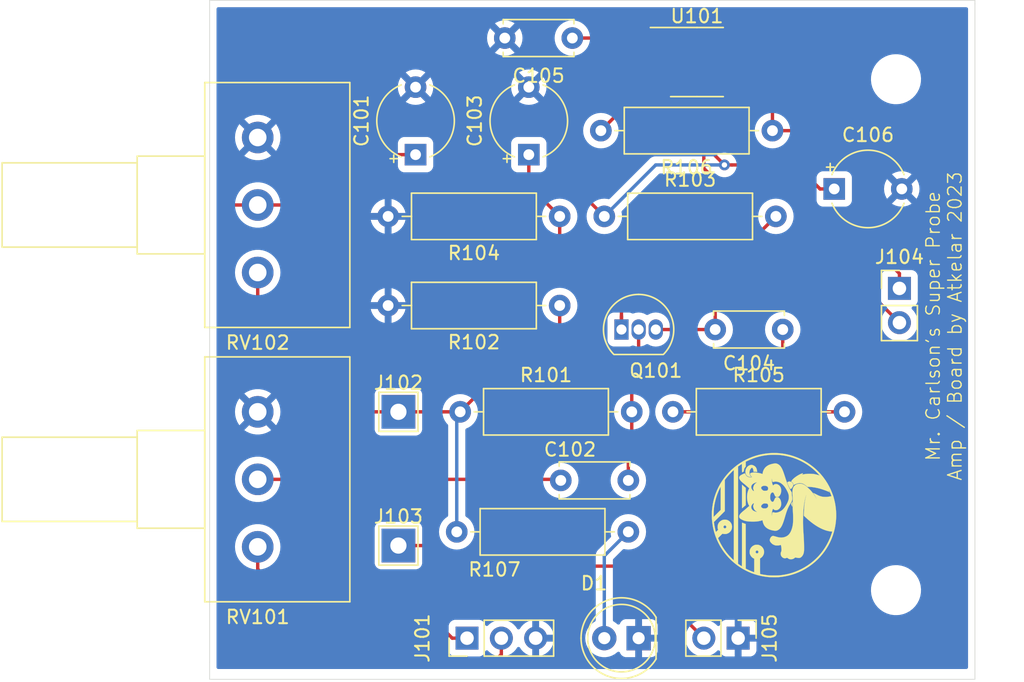
<source format=kicad_pcb>
(kicad_pcb (version 20221018) (generator pcbnew)
  (title_block (title "Superprobe Amplifier") (date "2024-05-21") (rev "1") (comment 1 "KiCAD PCB design by Atkelar, based on schematic published by Mr Carlson's Lab"))
  (layers (0 "F.Cu" signal) (31 "B.Cu" signal) (34 "B.Paste" user) (35 "F.Paste" user) (36 "B.SilkS" user "B.Silkscreen") (37 "F.SilkS" user "F.Silkscreen") (38 "B.Mask" user) (39 "F.Mask" user) (44 "Edge.Cuts" user))
  (net 0 "")
  (net 1 "GND")
  (net 2 "Net-(C101-Pad1)")
  (net 3 "Net-(C102-Pad2)")
  (net 4 "Net-(C102-Pad1)")
  (net 5 "Net-(C103-Pad1)")
  (net 6 "Net-(C104-Pad2)")
  (net 7 "Net-(C104-Pad1)")
  (net 8 "Net-(C105-Pad2)")
  (net 9 "Net-(J101-Pad2)")
  (net 10 "+5V")
  (net 11 "Net-(J103-Pad1)")
  (net 12 "Net-(J104-Pad2)")
  (net 13 "Net-(J104-Pad1)")
  (net 14 "Net-(R105-Pad1)")
  (net 15 "Net-(D1-Pad2)")
  (footprint "Capacitor_THT:CP_Radial_Tantal_D5.5mm_P5.00mm" (layer "F.Cu") (at 125.222 109.728 90)
    (fp_text reference "C101" (at 2.5 -4 90) (layer "F.SilkS"))
    (fp_text value "4µ7")
    (pad "1" thru_hole rect (at 0 0 90) (size 1.6 1.6) (drill 0.8) (layers "*.Cu" "*.Mask") (net 2 "Net-(C101-Pad1)"))
    (pad "2" thru_hole circle (at 5 0 90) (size 1.6 1.6) (drill 0.8) (layers "*.Cu" "*.Mask") (net 1 "GND"))
  )
  (footprint "Capacitor_THT:CP_Radial_Tantal_D5.5mm_P5.00mm" (layer "F.Cu") (at 133.604 109.728 90)
    (fp_text reference "C103" (at 2.5 -4 90) (layer "F.SilkS"))
    (fp_text value "22µ")
    (pad "1" thru_hole rect (at 0 0 90) (size 1.6 1.6) (drill 0.8) (layers "*.Cu" "*.Mask") (net 5 "Net-(C103-Pad1)"))
    (pad "2" thru_hole circle (at 5 0 90) (size 1.6 1.6) (drill 0.8) (layers "*.Cu" "*.Mask") (net 1 "GND"))
  )
  (footprint "Capacitor_THT:C_Disc_D5.0mm_W2.5mm_P5.00mm" (layer "F.Cu") (at 152.4 122.682 180)
    (fp_text reference "C104" (at 2.5 -2.5) (layer "F.SilkS"))
    (fp_text value "100n")
    (pad "1" thru_hole circle (at 0 0 180) (size 1.6 1.6) (drill 0.8) (layers "*.Cu" "*.Mask") (net 7 "Net-(C104-Pad1)"))
    (pad "2" thru_hole circle (at 5 0 180) (size 1.6 1.6) (drill 0.8) (layers "*.Cu" "*.Mask") (net 6 "Net-(C104-Pad2)"))
  )
  (footprint "Capacitor_THT:C_Disc_D5.0mm_W2.5mm_P5.00mm" (layer "F.Cu") (at 131.826 101.092)
    (fp_text reference "C105" (at 2.5 2.794) (layer "F.SilkS"))
    (fp_text value "1µ")
    (pad "1" thru_hole circle (at 0 0) (size 1.6 1.6) (drill 0.8) (layers "*.Cu" "*.Mask") (net 1 "GND"))
    (pad "2" thru_hole circle (at 5 0) (size 1.6 1.6) (drill 0.8) (layers "*.Cu" "*.Mask") (net 8 "Net-(C105-Pad2)"))
  )
  (footprint "Capacitor_THT:CP_Radial_Tantal_D5.5mm_P5.00mm" (layer "F.Cu") (at 156.21 112.268)
    (fp_text reference "C106" (at 2.5 -4) (layer "F.SilkS"))
    (fp_text value "22µ")
    (pad "1" thru_hole rect (at 0 0) (size 1.6 1.6) (drill 0.8) (layers "*.Cu" "*.Mask") (net 10 "+5V"))
    (pad "2" thru_hole circle (at 5 0) (size 1.6 1.6) (drill 0.8) (layers "*.Cu" "*.Mask") (net 1 "GND"))
  )
  (footprint "TestPoint:TestPoint_THTPad_2.5x2.5mm_Drill1.2mm" (layer "F.Cu") (at 123.952 128.778)
    (fp_text reference "J102" (at 0 -2.148) (layer "F.SilkS"))
    (fp_text value "SW-2")
    (pad "1" thru_hole rect (at 0 0) (size 2.5 2.5) (drill 1.2) (layers "*.Cu" "*.Mask") (net 10 "+5V"))
  )
  (footprint "TestPoint:TestPoint_THTPad_2.5x2.5mm_Drill1.2mm" (layer "F.Cu") (at 123.952 138.684)
    (fp_text reference "J103" (at 0 -2.148) (layer "F.SilkS"))
    (fp_text value "SW-1")
    (pad "1" thru_hole rect (at 0 0) (size 2.5 2.5) (drill 1.2) (layers "*.Cu" "*.Mask") (net 11 "Net-(J103-Pad1)"))
  )
  (footprint "Connector_PinHeader_2.54mm:PinHeader_1x02_P2.54mm_Vertical" (layer "F.Cu") (at 161.036 119.634)
    (fp_text reference "J104" (at 0 -2.33) (layer "F.SilkS"))
    (fp_text value "Spk")
    (pad "1" thru_hole rect (at 0 0) (size 1.7 1.7) (drill 1) (layers "*.Cu" "*.Mask") (net 13 "Net-(J104-Pad1)"))
    (pad "2" thru_hole oval (at 0 2.54) (size 1.7 1.7) (drill 1) (layers "*.Cu" "*.Mask") (net 12 "Net-(J104-Pad2)"))
  )
  (footprint "Package_TO_SOT_THT:TO-92_Inline" (layer "F.Cu") (at 140.462 122.682)
    (fp_text reference "Q101" (at 2.54 3.048) (layer "F.SilkS"))
    (fp_text value "2N3904")
    (pad "1" thru_hole rect (at 0 0) (size 1.05 1.5) (drill 0.75) (layers "*.Cu" "*.Mask") (net 5 "Net-(C103-Pad1)"))
    (pad "2" thru_hole oval (at 1.27 0) (size 1.05 1.5) (drill 0.75) (layers "*.Cu" "*.Mask") (net 4 "Net-(C102-Pad1)"))
    (pad "3" thru_hole oval (at 2.54 0) (size 1.05 1.5) (drill 0.75) (layers "*.Cu" "*.Mask") (net 6 "Net-(C104-Pad2)"))
  )
  (footprint "Resistor_THT:R_Axial_DIN0309_L9.0mm_D3.2mm_P12.70mm_Horizontal" (layer "F.Cu") (at 128.524 128.778)
    (fp_text reference "R101" (at 6.35 -2.72) (layer "F.SilkS"))
    (fp_text value "68k")
    (pad "1" thru_hole circle (at 0 0) (size 1.6 1.6) (drill 0.8) (layers "*.Cu" "*.Mask") (net 10 "+5V"))
    (pad "2" thru_hole oval (at 12.7 0) (size 1.6 1.6) (drill 0.8) (layers "*.Cu" "*.Mask") (net 4 "Net-(C102-Pad1)"))
  )
  (footprint "Resistor_THT:R_Axial_DIN0309_L9.0mm_D3.2mm_P12.70mm_Horizontal" (layer "F.Cu") (at 135.89 120.904 180)
    (fp_text reference "R102" (at 6.35 -2.72) (layer "F.SilkS"))
    (fp_text value "22k")
    (pad "1" thru_hole circle (at 0 0 180) (size 1.6 1.6) (drill 0.8) (layers "*.Cu" "*.Mask") (net 4 "Net-(C102-Pad1)"))
    (pad "2" thru_hole oval (at 12.7 0 180) (size 1.6 1.6) (drill 0.8) (layers "*.Cu" "*.Mask") (net 1 "GND"))
  )
  (footprint "Resistor_THT:R_Axial_DIN0309_L9.0mm_D3.2mm_P12.70mm_Horizontal" (layer "F.Cu") (at 139.192 114.3)
    (fp_text reference "R103" (at 6.35 -2.72) (layer "F.SilkS"))
    (fp_text value "1k")
    (pad "1" thru_hole circle (at 0 0) (size 1.6 1.6) (drill 0.8) (layers "*.Cu" "*.Mask") (net 10 "+5V"))
    (pad "2" thru_hole oval (at 12.7 0) (size 1.6 1.6) (drill 0.8) (layers "*.Cu" "*.Mask") (net 6 "Net-(C104-Pad2)"))
  )
  (footprint "Resistor_THT:R_Axial_DIN0309_L9.0mm_D3.2mm_P12.70mm_Horizontal" (layer "F.Cu") (at 135.89 114.3 180)
    (fp_text reference "R104" (at 6.35 -2.72) (layer "F.SilkS"))
    (fp_text value "100")
    (pad "1" thru_hole circle (at 0 0 180) (size 1.6 1.6) (drill 0.8) (layers "*.Cu" "*.Mask") (net 5 "Net-(C103-Pad1)"))
    (pad "2" thru_hole oval (at 12.7 0 180) (size 1.6 1.6) (drill 0.8) (layers "*.Cu" "*.Mask") (net 1 "GND"))
  )
  (footprint "Resistor_THT:R_Axial_DIN0309_L9.0mm_D3.2mm_P12.70mm_Horizontal" (layer "F.Cu") (at 144.272 128.778)
    (fp_text reference "R105" (at 6.35 -2.72) (layer "F.SilkS"))
    (fp_text value "22k")
    (pad "1" thru_hole circle (at 0 0) (size 1.6 1.6) (drill 0.8) (layers "*.Cu" "*.Mask") (net 14 "Net-(R105-Pad1)"))
    (pad "2" thru_hole oval (at 12.7 0) (size 1.6 1.6) (drill 0.8) (layers "*.Cu" "*.Mask") (net 7 "Net-(C104-Pad1)"))
  )
  (footprint "Resistor_THT:R_Axial_DIN0309_L9.0mm_D3.2mm_P12.70mm_Horizontal" (layer "F.Cu") (at 151.638 107.95 180)
    (fp_text reference "R106" (at 6.35 -2.72) (layer "F.SilkS"))
    (fp_text value "22k")
    (pad "1" thru_hole circle (at 0 0 180) (size 1.6 1.6) (drill 0.8) (layers "*.Cu" "*.Mask") (net 12 "Net-(J104-Pad2)"))
    (pad "2" thru_hole oval (at 12.7 0 180) (size 1.6 1.6) (drill 0.8) (layers "*.Cu" "*.Mask") (net 14 "Net-(R105-Pad1)"))
  )
  (footprint "Potentiometer_THT:Potentiometer_Alps_RK163_Single_Horizontal" (layer "F.Cu") (at 113.538 128.778 180)
    (fp_text reference "RV101" (at 0 -15.2) (layer "F.SilkS"))
    (fp_text value "4k7")
    (pad "1" thru_hole circle (at 0 0 180) (size 2.34 2.34) (drill 1.3) (layers "*.Cu" "*.Mask") (net 1 "GND"))
    (pad "2" thru_hole circle (at 0 -5 180) (size 2.34 2.34) (drill 1.3) (layers "*.Cu" "*.Mask") (net 3 "Net-(C102-Pad2)"))
    (pad "3" thru_hole circle (at 0 -10 180) (size 2.34 2.34) (drill 1.3) (layers "*.Cu" "*.Mask") (net 9 "Net-(J101-Pad2)"))
  )
  (footprint "Package_SO:SOIC-8_3.9x4.9mm_P1.27mm" (layer "F.Cu") (at 146.05 102.87)
    (fp_text reference "U101" (at 0 -3.4) (layer "F.SilkS"))
    (fp_text value "LM4871")
    (pad "1" smd roundrect (at -2.475 -1.905) (size 1.95 0.6) (layers "F.Cu" "F.Paste" "F.Mask") (net 1 "GND"))
    (pad "2" smd roundrect (at -2.475 -0.635) (size 1.95 0.6) (layers "F.Cu" "F.Paste" "F.Mask") (net 8 "Net-(C105-Pad2)"))
    (pad "3" smd roundrect (at -2.475 0.635) (size 1.95 0.6) (layers "F.Cu" "F.Paste" "F.Mask") (net 8 "Net-(C105-Pad2)"))
    (pad "4" smd roundrect (at -2.475 1.905) (size 1.95 0.6) (layers "F.Cu" "F.Paste" "F.Mask") (net 14 "Net-(R105-Pad1)"))
    (pad "5" smd roundrect (at 2.475 1.905) (size 1.95 0.6) (layers "F.Cu" "F.Paste" "F.Mask") (net 12 "Net-(J104-Pad2)"))
    (pad "6" smd roundrect (at 2.475 0.635) (size 1.95 0.6) (layers "F.Cu" "F.Paste" "F.Mask") (net 10 "+5V"))
    (pad "7" smd roundrect (at 2.475 -0.635) (size 1.95 0.6) (layers "F.Cu" "F.Paste" "F.Mask") (net 1 "GND"))
    (pad "8" smd roundrect (at 2.475 -1.905) (size 1.95 0.6) (layers "F.Cu" "F.Paste" "F.Mask") (net 13 "Net-(J104-Pad1)"))
  )
  (footprint "Connector_PinHeader_2.54mm:PinHeader_1x03_P2.54mm_Vertical" (layer "F.Cu") (at 129.032 145.542 90)
    (fp_text reference "J101" (at 0 -3.302 90) (layer "F.SilkS"))
    (fp_text value "Pwr/Sig")
    (pad "1" thru_hole rect (at 0 0 90) (size 1.7 1.7) (drill 1) (layers "*.Cu" "*.Mask") (net 2 "Net-(C101-Pad1)"))
    (pad "2" thru_hole oval (at 0 2.54 90) (size 1.7 1.7) (drill 1) (layers "*.Cu" "*.Mask") (net 9 "Net-(J101-Pad2)"))
    (pad "3" thru_hole oval (at 0 5.08 90) (size 1.7 1.7) (drill 1) (layers "*.Cu" "*.Mask") (net 1 "GND"))
  )
  (footprint "Connector_PinHeader_2.54mm:PinHeader_1x02_P2.54mm_Vertical" (layer "F.Cu") (at 149.098 145.542 -90)
    (fp_text reference "J105" (at 0 -2.33 90) (layer "F.SilkS"))
    (fp_text value "BAT")
    (pad "1" thru_hole rect (at 0 0 270) (size 1.7 1.7) (drill 1) (layers "*.Cu" "*.Mask") (net 1 "GND"))
    (pad "2" thru_hole oval (at 0 2.54 270) (size 1.7 1.7) (drill 1) (layers "*.Cu" "*.Mask") (net 11 "Net-(J103-Pad1)"))
  )
  (footprint "MountingHole:MountingHole_3.2mm_M3" (layer "F.Cu") (at 160.782 141.986)
    (fp_text reference "REF**" hide)
    (fp_text value "MountingHole_3.2mm_M3")
    (pad "" np_thru_hole circle (at 0 0) (size 3.2 3.2) (drill 3.2) (layers "*.Cu" "*.Mask"))
  )
  (footprint "MountingHole:MountingHole_3.2mm_M3" (layer "F.Cu") (at 160.782 104.14)
    (fp_text reference "REF**" hide)
    (fp_text value "MountingHole_3.2mm_M3")
    (pad "" np_thru_hole circle (at 0 0) (size 3.2 3.2) (drill 3.2) (layers "*.Cu" "*.Mask"))
  )
  (footprint "Potentiometer_THT:Potentiometer_Alps_RK163_Single_Horizontal" (layer "F.Cu") (at 113.538 108.458 180)
    (fp_text reference "RV102" (at 0 -15.2) (layer "F.SilkS"))
    (fp_text value "2k")
    (pad "1" thru_hole circle (at 0 0 180) (size 2.34 2.34) (drill 1.3) (layers "*.Cu" "*.Mask") (net 1 "GND"))
    (pad "2" thru_hole circle (at 0 -5 180) (size 2.34 2.34) (drill 1.3) (layers "*.Cu" "*.Mask") (net 2 "Net-(C101-Pad1)"))
    (pad "3" thru_hole circle (at 0 -10 180) (size 2.34 2.34) (drill 1.3) (layers "*.Cu" "*.Mask") (net 10 "+5V"))
  )
  (footprint "Capacitor_THT:C_Disc_D5.0mm_W2.5mm_P5.00mm" (layer "F.Cu") (at 140.97 133.858 180)
    (fp_text reference "C102" (at 4.318 2.286) (layer "F.SilkS"))
    (fp_text value "4µ7")
    (pad "1" thru_hole circle (at 0 0 180) (size 1.6 1.6) (drill 0.8) (layers "*.Cu" "*.Mask") (net 4 "Net-(C102-Pad1)"))
    (pad "2" thru_hole circle (at 5 0 180) (size 1.6 1.6) (drill 0.8) (layers "*.Cu" "*.Mask") (net 3 "Net-(C102-Pad2)"))
  )
  (footprint "Atkelar_Custom:Atkelar-Logo-2" (layer "F.Cu") (at 151.638 136.398 90)
    (fp_text reference "G***" hide)
    (fp_text value "LOGO" hide)
  )
  (footprint "LED_THT:LED_D5.0mm" (layer "F.Cu") (at 141.732 145.542 180)
    (fp_text reference "D1" (at 3.302 4.064) (layer "F.SilkS"))
    (fp_text value "PWR")
    (pad "1" thru_hole rect (at 0 0 180) (size 1.8 1.8) (drill 0.9) (layers "*.Cu" "*.Mask") (net 1 "GND"))
    (pad "2" thru_hole circle (at 2.54 0 180) (size 1.8 1.8) (drill 0.9) (layers "*.Cu" "*.Mask") (net 15 "Net-(D1-Pad2)"))
  )
  (footprint "Resistor_THT:R_Axial_DIN0309_L9.0mm_D3.2mm_P12.70mm_Horizontal" (layer "F.Cu") (at 128.27 137.668)
    (fp_text reference "R107" (at 2.794 2.794) (layer "F.SilkS"))
    (fp_text value "1k")
    (pad "1" thru_hole circle (at 0 0) (size 1.6 1.6) (drill 0.8) (layers "*.Cu" "*.Mask") (net 10 "+5V"))
    (pad "2" thru_hole oval (at 12.7 0) (size 1.6 1.6) (drill 0.8) (layers "*.Cu" "*.Mask") (net 15 "Net-(D1-Pad2)"))
  )
  (gr_line (start 166.624 98.298) (end 109.982 98.298) (stroke (width 0.05)) (layer "Edge.Cuts"))
  (gr_line (start 109.982 148.59) (end 166.624 148.59) (stroke (width 0.05)) (layer "Edge.Cuts"))
  (gr_line (start 166.624 148.59) (end 166.624 98.552) (stroke (width 0.05)) (layer "Edge.Cuts"))
  (gr_line (start 109.982 98.298) (end 109.982 147.32) (stroke (width 0.05)) (layer "Edge.Cuts"))
  (gr_line (start 166.624 98.552) (end 166.624 98.298) (stroke (width 0.05)) (layer "Edge.Cuts"))
  (gr_line (start 109.982 147.32) (end 109.982 148.59) (stroke (width 0.05)) (layer "Edge.Cuts"))
  (gr_text "Mr. Carlson's Super Probe\nAmp / Board by Atkelar 2023" (at 164.338 122.428 90) (layer "F.SilkS") (effects (font (size 1 1) (thickness 0.1))))
  (segment (start 145.923 100.965) (end 143.575 100.965) (width 0.25) (layer "F.Cu") (net 1))
  (segment (start 147.193 102.235) (end 145.923 100.965) (width 0.25) (layer "F.Cu") (net 1))
  (segment (start 148.525 102.235) (end 147.193 102.235) (width 0.25) (layer "F.Cu") (net 1))
  (segment (start 133.35 99.568) (end 131.826 101.092) (width 0.25) (layer "F.Cu") (net 1))
  (segment (start 140.208 99.568) (end 133.35 99.568) (width 0.25) (layer "F.Cu") (net 1))
  (segment (start 143.575 100.965) (end 141.605 100.965) (width 0.25) (layer "F.Cu") (net 1))
  (segment (start 141.605 100.965) (end 140.208 99.568) (width 0.25) (layer "F.Cu") (net 1))
  (segment (start 118.872 140.208) (end 121.666 143.002) (width 0.25) (layer "F.Cu") (net 2))
  (segment (start 125.222 109.728) (end 120.904 109.728) (width 0.25) (layer "F.Cu") (net 2))
  (segment (start 118.872 137.414) (end 118.872 140.208) (width 0.25) (layer "F.Cu") (net 2))
  (segment (start 113.538 113.458) (end 111.586 113.458) (width 0.25) (layer "F.Cu") (net 2))
  (segment (start 125.392 143.002) (end 127.932 145.542) (width 0.25) (layer "F.Cu") (net 2))
  (segment (start 120.904 109.728) (end 117.174 113.458) (width 0.25) (layer "F.Cu") (net 2))
  (segment (start 117.174 113.458) (end 113.538 113.458) (width 0.25) (layer "F.Cu") (net 2))
  (segment (start 110.998 135.382) (end 112.014 136.398) (width 0.25) (layer "F.Cu") (net 2))
  (segment (start 111.586 113.458) (end 110.998 114.046) (width 0.25) (layer "F.Cu") (net 2))
  (segment (start 121.666 143.002) (end 125.392 143.002) (width 0.25) (layer "F.Cu") (net 2))
  (segment (start 110.998 114.046) (end 110.998 135.382) (width 0.25) (layer "F.Cu") (net 2))
  (segment (start 112.014 136.398) (end 117.856 136.398) (width 0.25) (layer "F.Cu") (net 2))
  (segment (start 127.932 145.542) (end 129.032 145.542) (width 0.25) (layer "F.Cu") (net 2))
  (segment (start 117.856 136.398) (end 118.872 137.414) (width 0.25) (layer "F.Cu") (net 2))
  (segment (start 113.538 133.778) (end 135.89 133.778) (width 0.25) (layer "F.Cu") (net 3))
  (segment (start 135.89 133.778) (end 135.97 133.858) (width 0.25) (layer "F.Cu") (net 3))
  (segment (start 141.732 124.714) (end 141.732 122.682) (width 0.25) (layer "F.Cu") (net 4))
  (segment (start 141.224 131.318) (end 141.224 128.778) (width 0.25) (layer "F.Cu") (net 4))
  (segment (start 137.668 125.984) (end 135.89 124.206) (width 0.25) (layer "F.Cu") (net 4))
  (segment (start 141.224 125.984) (end 141.224 125.222) (width 0.25) (layer "F.Cu") (net 4))
  (segment (start 135.89 124.206) (end 135.89 120.904) (width 0.25) (layer "F.Cu") (net 4))
  (segment (start 141.224 128.778) (end 141.224 125.984) (width 0.25) (layer "F.Cu") (net 4))
  (segment (start 140.97 131.572) (end 141.224 131.318) (width 0.25) (layer "F.Cu") (net 4))
  (segment (start 141.224 125.222) (end 141.732 124.714) (width 0.25) (layer "F.Cu") (net 4))
  (segment (start 140.97 133.858) (end 140.97 131.572) (width 0.25) (layer "F.Cu") (net 4))
  (segment (start 141.224 125.984) (end 137.668 125.984) (width 0.25) (layer "F.Cu") (net 4))
  (segment (start 135.89 114.3) (end 135.89 116.078) (width 0.25) (layer "F.Cu") (net 5))
  (segment (start 140.462 122.682) (end 140.462 121.682) (width 0.25) (layer "F.Cu") (net 5))
  (segment (start 133.604 112.014) (end 135.89 114.3) (width 0.25) (layer "F.Cu") (net 5))
  (segment (start 135.89 116.078) (end 140.462 120.65) (width 0.25) (layer "F.Cu") (net 5))
  (segment (start 133.604 109.728) (end 133.604 112.014) (width 0.25) (layer "F.Cu") (net 5))
  (segment (start 140.462 120.65) (end 140.462 122.682) (width 0.25) (layer "F.Cu") (net 5))
  (segment (start 147.4 122.682) (end 147.4 118.792) (width 0.25) (layer "F.Cu") (net 6))
  (segment (start 147.4 118.792) (end 151.892 114.3) (width 0.25) (layer "F.Cu") (net 6))
  (segment (start 147.4 122.682) (end 143.002 122.682) (width 0.25) (layer "F.Cu") (net 6))
  (segment (start 155.194 128.778) (end 156.972 128.778) (width 0.25) (layer "F.Cu") (net 7))
  (segment (start 152.4 122.682) (end 152.4 125.984) (width 0.25) (layer "F.Cu") (net 7))
  (segment (start 152.4 125.984) (end 155.194 128.778) (width 0.25) (layer "F.Cu") (net 7))
  (segment (start 140.462 101.092) (end 141.605 102.235) (width 0.25) (layer "F.Cu") (net 8))
  (segment (start 141.605 102.235) (end 143.575 102.235) (width 0.25) (layer "F.Cu") (net 8))
  (segment (start 136.826 101.092) (end 140.462 101.092) (width 0.25) (layer "F.Cu") (net 8))
  (segment (start 143.575 102.235) (end 143.575 103.505) (width 0.25) (layer "F.Cu") (net 8))
  (segment (start 113.538 140.432629) (end 113.538 138.778) (width 0.25) (layer "F.Cu") (net 9))
  (segment (start 116.107371 143.002) (end 113.538 140.432629) (width 0.25) (layer "F.Cu") (net 9))
  (segment (start 121.826 147.066) (end 117.762 143.002) (width 0.25) (layer "F.Cu") (net 9))
  (segment (start 131.572 145.542) (end 131.572 146.744081) (width 0.25) (layer "F.Cu") (net 9))
  (segment (start 117.762 143.002) (end 116.107371 143.002) (width 0.25) (layer "F.Cu") (net 9))
  (segment (start 131.572 146.744081) (end 131.250081 147.066) (width 0.25) (layer "F.Cu") (net 9))
  (segment (start 131.250081 147.066) (end 121.826 147.066) (width 0.25) (layer "F.Cu") (net 9))
  (segment (start 148.082 110.49) (end 147.32 109.728) (width 0.25) (layer "F.Cu") (net 10))
  (segment (start 146.304 104.14) (end 146.939 103.505) (width 0.25) (layer "F.Cu") (net 10))
  (segment (start 147.32 105.918) (end 146.304 104.902) (width 0.25) (layer "F.Cu") (net 10))
  (segment (start 153.382 110.49) (end 148.647685 110.49) (width 0.25) (layer "F.Cu") (net 10))
  (segment (start 155.16 112.268) (end 153.382 110.49) (width 0.25) (layer "F.Cu") (net 10))
  (segment (start 136.652 107.95) (end 136.144 107.442) (width 0.25) (layer "F.Cu") (net 10))
  (segment (start 139.192 114.3) (end 136.652 111.76) (width 0.25) (layer "F.Cu") (net 10))
  (segment (start 148.082 110.49) (end 148.082 110.49) (width 0.25) (layer "F.Cu") (net 10))
  (segment (start 132.08 107.442) (end 131.572 107.95) (width 0.25) (layer "F.Cu") (net 10))
  (segment (start 131.572 107.95) (end 131.572 125.73) (width 0.25) (layer "F.Cu") (net 10))
  (segment (start 148.647685 110.49) (end 148.082 110.49) (width 0.25) (layer "F.Cu") (net 10))
  (segment (start 121.944 128.778) (end 113.538 120.372) (width 0.25) (layer "F.Cu") (net 10))
  (segment (start 136.652 111.76) (end 136.652 107.95) (width 0.25) (layer "F.Cu") (net 10))
  (segment (start 113.538 120.112629) (end 113.538 118.458) (width 0.25) (layer "F.Cu") (net 10))
  (segment (start 131.572 125.73) (end 128.524 128.778) (width 0.25) (layer "F.Cu") (net 10))
  (segment (start 113.538 120.372) (end 113.538 120.112629) (width 0.25) (layer "F.Cu") (net 10))
  (segment (start 146.304 104.902) (end 146.304 104.14) (width 0.25) (layer "F.Cu") (net 10))
  (segment (start 147.32 109.728) (end 147.32 105.918) (width 0.25) (layer "F.Cu") (net 10))
  (segment (start 156.21 112.268) (end 155.16 112.268) (width 0.25) (layer "F.Cu") (net 10))
  (segment (start 136.144 107.442) (end 132.08 107.442) (width 0.25) (layer "F.Cu") (net 10))
  (segment (start 146.939 103.505) (end 148.525 103.505) (width 0.25) (layer "F.Cu") (net 10))
  (segment (start 128.524 128.778) (end 123.952 128.778) (width 0.25) (layer "F.Cu") (net 10))
  (segment (start 123.444 128.778) (end 121.944 128.778) (width 0.25) (layer "F.Cu") (net 10))
  (via (at 148.082 110.49) (size 0.8) (drill 0.4) (layers "F.Cu" "B.Cu") (net 10))
  (segment (start 143.002 110.49) (end 139.192 114.3) (width 0.25) (layer "B.Cu") (net 10))
  (segment (start 128.27 137.668) (end 128.27 129.032) (width 0.25) (layer "B.Cu") (net 10))
  (segment (start 128.27 129.032) (end 128.524 128.778) (width 0.25) (layer "B.Cu") (net 10))
  (segment (start 148.082 110.49) (end 143.002 110.49) (width 0.25) (layer "B.Cu") (net 10))
  (segment (start 141.224 140.208) (end 128.524 140.208) (width 0.25) (layer "F.Cu") (net 11))
  (segment (start 127 138.684) (end 123.952 138.684) (width 0.25) (layer "F.Cu") (net 11))
  (segment (start 128.524 140.208) (end 127 138.684) (width 0.25) (layer "F.Cu") (net 11))
  (segment (start 146.558 145.542) (end 141.224 140.208) (width 0.25) (layer "F.Cu") (net 11))
  (segment (start 159.004 120.142) (end 159.004 112.014) (width 0.25) (layer "F.Cu") (net 12))
  (segment (start 161.036 122.174) (end 159.004 120.142) (width 0.25) (layer "F.Cu") (net 12))
  (segment (start 151.638 105.664) (end 150.749 104.775) (width 0.25) (layer "F.Cu") (net 12))
  (segment (start 154.94 107.95) (end 151.638 107.95) (width 0.25) (layer "F.Cu") (net 12))
  (segment (start 159.004 112.014) (end 154.94 107.95) (width 0.25) (layer "F.Cu") (net 12))
  (segment (start 151.638 107.95) (end 151.638 105.664) (width 0.25) (layer "F.Cu") (net 12))
  (segment (start 150.749 104.775) (end 148.525 104.775) (width 0.25) (layer "F.Cu") (net 12))
  (segment (start 161.036 118.534) (end 159.512 117.01) (width 0.25) (layer "F.Cu") (net 13))
  (segment (start 155.448 103.378) (end 156.718 104.648) (width 0.25) (layer "F.Cu") (net 13))
  (segment (start 156.718 104.648) (end 156.718 106.426) (width 0.25) (layer "F.Cu") (net 13))
  (segment (start 148.525 100.965) (end 151.511 100.965) (width 0.25) (layer "F.Cu") (net 13))
  (segment (start 159.512 111.252) (end 159.512 110.998) (width 0.25) (layer "F.Cu") (net 13))
  (segment (start 153.924 103.378) (end 155.448 103.378) (width 0.25) (layer "F.Cu") (net 13))
  (segment (start 151.511 100.965) (end 153.924 103.378) (width 0.25) (layer "F.Cu") (net 13))
  (segment (start 159.512 117.01) (end 159.512 111.252) (width 0.25) (layer "F.Cu") (net 13))
  (segment (start 156.718 108.204) (end 156.718 106.426) (width 0.25) (layer "F.Cu") (net 13))
  (segment (start 159.512 110.998) (end 156.718 108.204) (width 0.25) (layer "F.Cu") (net 13))
  (segment (start 161.036 119.634) (end 161.036 118.534) (width 0.25) (layer "F.Cu") (net 13))
  (segment (start 147.828 112.014) (end 152.908 112.014) (width 0.25) (layer "F.Cu") (net 14))
  (segment (start 152.654 119.126) (end 151.13 119.126) (width 0.25) (layer "F.Cu") (net 14))
  (segment (start 150.622 124.714) (end 146.558 128.778) (width 0.25) (layer "F.Cu") (net 14))
  (segment (start 143.575 104.775) (end 142.113 104.775) (width 0.25) (layer "F.Cu") (net 14))
  (segment (start 152.908 112.014) (end 153.416 112.522) (width 0.25) (layer "F.Cu") (net 14))
  (segment (start 146.558 106.426) (end 146.558 110.744) (width 0.25) (layer "F.Cu") (net 14))
  (segment (start 142.113 104.775) (end 138.938 107.95) (width 0.25) (layer "F.Cu") (net 14))
  (segment (start 146.558 128.778) (end 144.272 128.778) (width 0.25) (layer "F.Cu") (net 14))
  (segment (start 143.575 104.775) (end 144.907 104.775) (width 0.25) (layer "F.Cu") (net 14))
  (segment (start 153.416 112.522) (end 153.416 118.364) (width 0.25) (layer "F.Cu") (net 14))
  (segment (start 146.558 110.744) (end 147.828 112.014) (width 0.25) (layer "F.Cu") (net 14))
  (segment (start 144.907 104.775) (end 146.558 106.426) (width 0.25) (layer "F.Cu") (net 14))
  (segment (start 150.622 119.634) (end 150.622 124.714) (width 0.25) (layer "F.Cu") (net 14))
  (segment (start 153.416 118.364) (end 152.654 119.126) (width 0.25) (layer "F.Cu") (net 14))
  (segment (start 151.13 119.126) (end 150.622 119.634) (width 0.25) (layer "F.Cu") (net 14))
  (segment (start 140.97 137.668) (end 139.192 139.446) (width 0.25) (layer "B.Cu") (net 15))
  (segment (start 139.192 139.446) (end 139.192 145.542) (width 0.25) (layer "B.Cu") (net 15))
  (zone (net 1) (net_name "GND") (layer "B.Cu") (connect_pads (clearance 0.508)) (min_thickness 0.254) (fill yes (thermal_gap 0.508) (thermal_bridge_width 0.508))
    (polygon (pts (xy 166.116 147.828) (xy 110.49 147.828) (xy 110.49 98.806) (xy 166.116 98.806)))
  )
)
</source>
